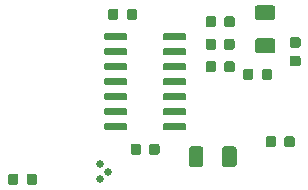
<source format=gtp>
G04 #@! TF.GenerationSoftware,KiCad,Pcbnew,(5.1.5)-3*
G04 #@! TF.CreationDate,2019-12-28T17:54:17-06:00*
G04 #@! TF.ProjectId,tymkrs_Cyphercon_2020_IRhack,74796d6b-7273-45f4-9379-70686572636f,V0*
G04 #@! TF.SameCoordinates,Original*
G04 #@! TF.FileFunction,Paste,Top*
G04 #@! TF.FilePolarity,Positive*
%FSLAX46Y46*%
G04 Gerber Fmt 4.6, Leading zero omitted, Abs format (unit mm)*
G04 Created by KiCad (PCBNEW (5.1.5)-3) date 2019-12-28 17:54:17*
%MOMM*%
%LPD*%
G04 APERTURE LIST*
%ADD10C,0.100000*%
%ADD11C,0.635000*%
G04 APERTURE END LIST*
D10*
G36*
X161567691Y-79091053D02*
G01*
X161588926Y-79094203D01*
X161609750Y-79099419D01*
X161629962Y-79106651D01*
X161649368Y-79115830D01*
X161667781Y-79126866D01*
X161685024Y-79139654D01*
X161700930Y-79154070D01*
X161715346Y-79169976D01*
X161728134Y-79187219D01*
X161739170Y-79205632D01*
X161748349Y-79225038D01*
X161755581Y-79245250D01*
X161760797Y-79266074D01*
X161763947Y-79287309D01*
X161765000Y-79308750D01*
X161765000Y-79746250D01*
X161763947Y-79767691D01*
X161760797Y-79788926D01*
X161755581Y-79809750D01*
X161748349Y-79829962D01*
X161739170Y-79849368D01*
X161728134Y-79867781D01*
X161715346Y-79885024D01*
X161700930Y-79900930D01*
X161685024Y-79915346D01*
X161667781Y-79928134D01*
X161649368Y-79939170D01*
X161629962Y-79948349D01*
X161609750Y-79955581D01*
X161588926Y-79960797D01*
X161567691Y-79963947D01*
X161546250Y-79965000D01*
X161033750Y-79965000D01*
X161012309Y-79963947D01*
X160991074Y-79960797D01*
X160970250Y-79955581D01*
X160950038Y-79948349D01*
X160930632Y-79939170D01*
X160912219Y-79928134D01*
X160894976Y-79915346D01*
X160879070Y-79900930D01*
X160864654Y-79885024D01*
X160851866Y-79867781D01*
X160840830Y-79849368D01*
X160831651Y-79829962D01*
X160824419Y-79809750D01*
X160819203Y-79788926D01*
X160816053Y-79767691D01*
X160815000Y-79746250D01*
X160815000Y-79308750D01*
X160816053Y-79287309D01*
X160819203Y-79266074D01*
X160824419Y-79245250D01*
X160831651Y-79225038D01*
X160840830Y-79205632D01*
X160851866Y-79187219D01*
X160864654Y-79169976D01*
X160879070Y-79154070D01*
X160894976Y-79139654D01*
X160912219Y-79126866D01*
X160930632Y-79115830D01*
X160950038Y-79106651D01*
X160970250Y-79099419D01*
X160991074Y-79094203D01*
X161012309Y-79091053D01*
X161033750Y-79090000D01*
X161546250Y-79090000D01*
X161567691Y-79091053D01*
G37*
G36*
X161567691Y-77516053D02*
G01*
X161588926Y-77519203D01*
X161609750Y-77524419D01*
X161629962Y-77531651D01*
X161649368Y-77540830D01*
X161667781Y-77551866D01*
X161685024Y-77564654D01*
X161700930Y-77579070D01*
X161715346Y-77594976D01*
X161728134Y-77612219D01*
X161739170Y-77630632D01*
X161748349Y-77650038D01*
X161755581Y-77670250D01*
X161760797Y-77691074D01*
X161763947Y-77712309D01*
X161765000Y-77733750D01*
X161765000Y-78171250D01*
X161763947Y-78192691D01*
X161760797Y-78213926D01*
X161755581Y-78234750D01*
X161748349Y-78254962D01*
X161739170Y-78274368D01*
X161728134Y-78292781D01*
X161715346Y-78310024D01*
X161700930Y-78325930D01*
X161685024Y-78340346D01*
X161667781Y-78353134D01*
X161649368Y-78364170D01*
X161629962Y-78373349D01*
X161609750Y-78380581D01*
X161588926Y-78385797D01*
X161567691Y-78388947D01*
X161546250Y-78390000D01*
X161033750Y-78390000D01*
X161012309Y-78388947D01*
X160991074Y-78385797D01*
X160970250Y-78380581D01*
X160950038Y-78373349D01*
X160930632Y-78364170D01*
X160912219Y-78353134D01*
X160894976Y-78340346D01*
X160879070Y-78325930D01*
X160864654Y-78310024D01*
X160851866Y-78292781D01*
X160840830Y-78274368D01*
X160831651Y-78254962D01*
X160824419Y-78234750D01*
X160819203Y-78213926D01*
X160816053Y-78192691D01*
X160815000Y-78171250D01*
X160815000Y-77733750D01*
X160816053Y-77712309D01*
X160819203Y-77691074D01*
X160824419Y-77670250D01*
X160831651Y-77650038D01*
X160840830Y-77630632D01*
X160851866Y-77612219D01*
X160864654Y-77594976D01*
X160879070Y-77579070D01*
X160894976Y-77564654D01*
X160912219Y-77551866D01*
X160930632Y-77540830D01*
X160950038Y-77531651D01*
X160970250Y-77524419D01*
X160991074Y-77519203D01*
X161012309Y-77516053D01*
X161033750Y-77515000D01*
X161546250Y-77515000D01*
X161567691Y-77516053D01*
G37*
G36*
X148042691Y-86521053D02*
G01*
X148063926Y-86524203D01*
X148084750Y-86529419D01*
X148104962Y-86536651D01*
X148124368Y-86545830D01*
X148142781Y-86556866D01*
X148160024Y-86569654D01*
X148175930Y-86584070D01*
X148190346Y-86599976D01*
X148203134Y-86617219D01*
X148214170Y-86635632D01*
X148223349Y-86655038D01*
X148230581Y-86675250D01*
X148235797Y-86696074D01*
X148238947Y-86717309D01*
X148240000Y-86738750D01*
X148240000Y-87251250D01*
X148238947Y-87272691D01*
X148235797Y-87293926D01*
X148230581Y-87314750D01*
X148223349Y-87334962D01*
X148214170Y-87354368D01*
X148203134Y-87372781D01*
X148190346Y-87390024D01*
X148175930Y-87405930D01*
X148160024Y-87420346D01*
X148142781Y-87433134D01*
X148124368Y-87444170D01*
X148104962Y-87453349D01*
X148084750Y-87460581D01*
X148063926Y-87465797D01*
X148042691Y-87468947D01*
X148021250Y-87470000D01*
X147583750Y-87470000D01*
X147562309Y-87468947D01*
X147541074Y-87465797D01*
X147520250Y-87460581D01*
X147500038Y-87453349D01*
X147480632Y-87444170D01*
X147462219Y-87433134D01*
X147444976Y-87420346D01*
X147429070Y-87405930D01*
X147414654Y-87390024D01*
X147401866Y-87372781D01*
X147390830Y-87354368D01*
X147381651Y-87334962D01*
X147374419Y-87314750D01*
X147369203Y-87293926D01*
X147366053Y-87272691D01*
X147365000Y-87251250D01*
X147365000Y-86738750D01*
X147366053Y-86717309D01*
X147369203Y-86696074D01*
X147374419Y-86675250D01*
X147381651Y-86655038D01*
X147390830Y-86635632D01*
X147401866Y-86617219D01*
X147414654Y-86599976D01*
X147429070Y-86584070D01*
X147444976Y-86569654D01*
X147462219Y-86556866D01*
X147480632Y-86545830D01*
X147500038Y-86536651D01*
X147520250Y-86529419D01*
X147541074Y-86524203D01*
X147562309Y-86521053D01*
X147583750Y-86520000D01*
X148021250Y-86520000D01*
X148042691Y-86521053D01*
G37*
G36*
X149617691Y-86521053D02*
G01*
X149638926Y-86524203D01*
X149659750Y-86529419D01*
X149679962Y-86536651D01*
X149699368Y-86545830D01*
X149717781Y-86556866D01*
X149735024Y-86569654D01*
X149750930Y-86584070D01*
X149765346Y-86599976D01*
X149778134Y-86617219D01*
X149789170Y-86635632D01*
X149798349Y-86655038D01*
X149805581Y-86675250D01*
X149810797Y-86696074D01*
X149813947Y-86717309D01*
X149815000Y-86738750D01*
X149815000Y-87251250D01*
X149813947Y-87272691D01*
X149810797Y-87293926D01*
X149805581Y-87314750D01*
X149798349Y-87334962D01*
X149789170Y-87354368D01*
X149778134Y-87372781D01*
X149765346Y-87390024D01*
X149750930Y-87405930D01*
X149735024Y-87420346D01*
X149717781Y-87433134D01*
X149699368Y-87444170D01*
X149679962Y-87453349D01*
X149659750Y-87460581D01*
X149638926Y-87465797D01*
X149617691Y-87468947D01*
X149596250Y-87470000D01*
X149158750Y-87470000D01*
X149137309Y-87468947D01*
X149116074Y-87465797D01*
X149095250Y-87460581D01*
X149075038Y-87453349D01*
X149055632Y-87444170D01*
X149037219Y-87433134D01*
X149019976Y-87420346D01*
X149004070Y-87405930D01*
X148989654Y-87390024D01*
X148976866Y-87372781D01*
X148965830Y-87354368D01*
X148956651Y-87334962D01*
X148949419Y-87314750D01*
X148944203Y-87293926D01*
X148941053Y-87272691D01*
X148940000Y-87251250D01*
X148940000Y-86738750D01*
X148941053Y-86717309D01*
X148944203Y-86696074D01*
X148949419Y-86675250D01*
X148956651Y-86655038D01*
X148965830Y-86635632D01*
X148976866Y-86617219D01*
X148989654Y-86599976D01*
X149004070Y-86584070D01*
X149019976Y-86569654D01*
X149037219Y-86556866D01*
X149055632Y-86545830D01*
X149075038Y-86536651D01*
X149095250Y-86529419D01*
X149116074Y-86524203D01*
X149137309Y-86521053D01*
X149158750Y-86520000D01*
X149596250Y-86520000D01*
X149617691Y-86521053D01*
G37*
G36*
X146954703Y-84790722D02*
G01*
X146969264Y-84792882D01*
X146983543Y-84796459D01*
X146997403Y-84801418D01*
X147010710Y-84807712D01*
X147023336Y-84815280D01*
X147035159Y-84824048D01*
X147046066Y-84833934D01*
X147055952Y-84844841D01*
X147064720Y-84856664D01*
X147072288Y-84869290D01*
X147078582Y-84882597D01*
X147083541Y-84896457D01*
X147087118Y-84910736D01*
X147089278Y-84925297D01*
X147090000Y-84940000D01*
X147090000Y-85240000D01*
X147089278Y-85254703D01*
X147087118Y-85269264D01*
X147083541Y-85283543D01*
X147078582Y-85297403D01*
X147072288Y-85310710D01*
X147064720Y-85323336D01*
X147055952Y-85335159D01*
X147046066Y-85346066D01*
X147035159Y-85355952D01*
X147023336Y-85364720D01*
X147010710Y-85372288D01*
X146997403Y-85378582D01*
X146983543Y-85383541D01*
X146969264Y-85387118D01*
X146954703Y-85389278D01*
X146940000Y-85390000D01*
X145290000Y-85390000D01*
X145275297Y-85389278D01*
X145260736Y-85387118D01*
X145246457Y-85383541D01*
X145232597Y-85378582D01*
X145219290Y-85372288D01*
X145206664Y-85364720D01*
X145194841Y-85355952D01*
X145183934Y-85346066D01*
X145174048Y-85335159D01*
X145165280Y-85323336D01*
X145157712Y-85310710D01*
X145151418Y-85297403D01*
X145146459Y-85283543D01*
X145142882Y-85269264D01*
X145140722Y-85254703D01*
X145140000Y-85240000D01*
X145140000Y-84940000D01*
X145140722Y-84925297D01*
X145142882Y-84910736D01*
X145146459Y-84896457D01*
X145151418Y-84882597D01*
X145157712Y-84869290D01*
X145165280Y-84856664D01*
X145174048Y-84844841D01*
X145183934Y-84833934D01*
X145194841Y-84824048D01*
X145206664Y-84815280D01*
X145219290Y-84807712D01*
X145232597Y-84801418D01*
X145246457Y-84796459D01*
X145260736Y-84792882D01*
X145275297Y-84790722D01*
X145290000Y-84790000D01*
X146940000Y-84790000D01*
X146954703Y-84790722D01*
G37*
G36*
X146954703Y-83520722D02*
G01*
X146969264Y-83522882D01*
X146983543Y-83526459D01*
X146997403Y-83531418D01*
X147010710Y-83537712D01*
X147023336Y-83545280D01*
X147035159Y-83554048D01*
X147046066Y-83563934D01*
X147055952Y-83574841D01*
X147064720Y-83586664D01*
X147072288Y-83599290D01*
X147078582Y-83612597D01*
X147083541Y-83626457D01*
X147087118Y-83640736D01*
X147089278Y-83655297D01*
X147090000Y-83670000D01*
X147090000Y-83970000D01*
X147089278Y-83984703D01*
X147087118Y-83999264D01*
X147083541Y-84013543D01*
X147078582Y-84027403D01*
X147072288Y-84040710D01*
X147064720Y-84053336D01*
X147055952Y-84065159D01*
X147046066Y-84076066D01*
X147035159Y-84085952D01*
X147023336Y-84094720D01*
X147010710Y-84102288D01*
X146997403Y-84108582D01*
X146983543Y-84113541D01*
X146969264Y-84117118D01*
X146954703Y-84119278D01*
X146940000Y-84120000D01*
X145290000Y-84120000D01*
X145275297Y-84119278D01*
X145260736Y-84117118D01*
X145246457Y-84113541D01*
X145232597Y-84108582D01*
X145219290Y-84102288D01*
X145206664Y-84094720D01*
X145194841Y-84085952D01*
X145183934Y-84076066D01*
X145174048Y-84065159D01*
X145165280Y-84053336D01*
X145157712Y-84040710D01*
X145151418Y-84027403D01*
X145146459Y-84013543D01*
X145142882Y-83999264D01*
X145140722Y-83984703D01*
X145140000Y-83970000D01*
X145140000Y-83670000D01*
X145140722Y-83655297D01*
X145142882Y-83640736D01*
X145146459Y-83626457D01*
X145151418Y-83612597D01*
X145157712Y-83599290D01*
X145165280Y-83586664D01*
X145174048Y-83574841D01*
X145183934Y-83563934D01*
X145194841Y-83554048D01*
X145206664Y-83545280D01*
X145219290Y-83537712D01*
X145232597Y-83531418D01*
X145246457Y-83526459D01*
X145260736Y-83522882D01*
X145275297Y-83520722D01*
X145290000Y-83520000D01*
X146940000Y-83520000D01*
X146954703Y-83520722D01*
G37*
G36*
X146954703Y-82250722D02*
G01*
X146969264Y-82252882D01*
X146983543Y-82256459D01*
X146997403Y-82261418D01*
X147010710Y-82267712D01*
X147023336Y-82275280D01*
X147035159Y-82284048D01*
X147046066Y-82293934D01*
X147055952Y-82304841D01*
X147064720Y-82316664D01*
X147072288Y-82329290D01*
X147078582Y-82342597D01*
X147083541Y-82356457D01*
X147087118Y-82370736D01*
X147089278Y-82385297D01*
X147090000Y-82400000D01*
X147090000Y-82700000D01*
X147089278Y-82714703D01*
X147087118Y-82729264D01*
X147083541Y-82743543D01*
X147078582Y-82757403D01*
X147072288Y-82770710D01*
X147064720Y-82783336D01*
X147055952Y-82795159D01*
X147046066Y-82806066D01*
X147035159Y-82815952D01*
X147023336Y-82824720D01*
X147010710Y-82832288D01*
X146997403Y-82838582D01*
X146983543Y-82843541D01*
X146969264Y-82847118D01*
X146954703Y-82849278D01*
X146940000Y-82850000D01*
X145290000Y-82850000D01*
X145275297Y-82849278D01*
X145260736Y-82847118D01*
X145246457Y-82843541D01*
X145232597Y-82838582D01*
X145219290Y-82832288D01*
X145206664Y-82824720D01*
X145194841Y-82815952D01*
X145183934Y-82806066D01*
X145174048Y-82795159D01*
X145165280Y-82783336D01*
X145157712Y-82770710D01*
X145151418Y-82757403D01*
X145146459Y-82743543D01*
X145142882Y-82729264D01*
X145140722Y-82714703D01*
X145140000Y-82700000D01*
X145140000Y-82400000D01*
X145140722Y-82385297D01*
X145142882Y-82370736D01*
X145146459Y-82356457D01*
X145151418Y-82342597D01*
X145157712Y-82329290D01*
X145165280Y-82316664D01*
X145174048Y-82304841D01*
X145183934Y-82293934D01*
X145194841Y-82284048D01*
X145206664Y-82275280D01*
X145219290Y-82267712D01*
X145232597Y-82261418D01*
X145246457Y-82256459D01*
X145260736Y-82252882D01*
X145275297Y-82250722D01*
X145290000Y-82250000D01*
X146940000Y-82250000D01*
X146954703Y-82250722D01*
G37*
G36*
X146954703Y-80980722D02*
G01*
X146969264Y-80982882D01*
X146983543Y-80986459D01*
X146997403Y-80991418D01*
X147010710Y-80997712D01*
X147023336Y-81005280D01*
X147035159Y-81014048D01*
X147046066Y-81023934D01*
X147055952Y-81034841D01*
X147064720Y-81046664D01*
X147072288Y-81059290D01*
X147078582Y-81072597D01*
X147083541Y-81086457D01*
X147087118Y-81100736D01*
X147089278Y-81115297D01*
X147090000Y-81130000D01*
X147090000Y-81430000D01*
X147089278Y-81444703D01*
X147087118Y-81459264D01*
X147083541Y-81473543D01*
X147078582Y-81487403D01*
X147072288Y-81500710D01*
X147064720Y-81513336D01*
X147055952Y-81525159D01*
X147046066Y-81536066D01*
X147035159Y-81545952D01*
X147023336Y-81554720D01*
X147010710Y-81562288D01*
X146997403Y-81568582D01*
X146983543Y-81573541D01*
X146969264Y-81577118D01*
X146954703Y-81579278D01*
X146940000Y-81580000D01*
X145290000Y-81580000D01*
X145275297Y-81579278D01*
X145260736Y-81577118D01*
X145246457Y-81573541D01*
X145232597Y-81568582D01*
X145219290Y-81562288D01*
X145206664Y-81554720D01*
X145194841Y-81545952D01*
X145183934Y-81536066D01*
X145174048Y-81525159D01*
X145165280Y-81513336D01*
X145157712Y-81500710D01*
X145151418Y-81487403D01*
X145146459Y-81473543D01*
X145142882Y-81459264D01*
X145140722Y-81444703D01*
X145140000Y-81430000D01*
X145140000Y-81130000D01*
X145140722Y-81115297D01*
X145142882Y-81100736D01*
X145146459Y-81086457D01*
X145151418Y-81072597D01*
X145157712Y-81059290D01*
X145165280Y-81046664D01*
X145174048Y-81034841D01*
X145183934Y-81023934D01*
X145194841Y-81014048D01*
X145206664Y-81005280D01*
X145219290Y-80997712D01*
X145232597Y-80991418D01*
X145246457Y-80986459D01*
X145260736Y-80982882D01*
X145275297Y-80980722D01*
X145290000Y-80980000D01*
X146940000Y-80980000D01*
X146954703Y-80980722D01*
G37*
G36*
X146954703Y-79710722D02*
G01*
X146969264Y-79712882D01*
X146983543Y-79716459D01*
X146997403Y-79721418D01*
X147010710Y-79727712D01*
X147023336Y-79735280D01*
X147035159Y-79744048D01*
X147046066Y-79753934D01*
X147055952Y-79764841D01*
X147064720Y-79776664D01*
X147072288Y-79789290D01*
X147078582Y-79802597D01*
X147083541Y-79816457D01*
X147087118Y-79830736D01*
X147089278Y-79845297D01*
X147090000Y-79860000D01*
X147090000Y-80160000D01*
X147089278Y-80174703D01*
X147087118Y-80189264D01*
X147083541Y-80203543D01*
X147078582Y-80217403D01*
X147072288Y-80230710D01*
X147064720Y-80243336D01*
X147055952Y-80255159D01*
X147046066Y-80266066D01*
X147035159Y-80275952D01*
X147023336Y-80284720D01*
X147010710Y-80292288D01*
X146997403Y-80298582D01*
X146983543Y-80303541D01*
X146969264Y-80307118D01*
X146954703Y-80309278D01*
X146940000Y-80310000D01*
X145290000Y-80310000D01*
X145275297Y-80309278D01*
X145260736Y-80307118D01*
X145246457Y-80303541D01*
X145232597Y-80298582D01*
X145219290Y-80292288D01*
X145206664Y-80284720D01*
X145194841Y-80275952D01*
X145183934Y-80266066D01*
X145174048Y-80255159D01*
X145165280Y-80243336D01*
X145157712Y-80230710D01*
X145151418Y-80217403D01*
X145146459Y-80203543D01*
X145142882Y-80189264D01*
X145140722Y-80174703D01*
X145140000Y-80160000D01*
X145140000Y-79860000D01*
X145140722Y-79845297D01*
X145142882Y-79830736D01*
X145146459Y-79816457D01*
X145151418Y-79802597D01*
X145157712Y-79789290D01*
X145165280Y-79776664D01*
X145174048Y-79764841D01*
X145183934Y-79753934D01*
X145194841Y-79744048D01*
X145206664Y-79735280D01*
X145219290Y-79727712D01*
X145232597Y-79721418D01*
X145246457Y-79716459D01*
X145260736Y-79712882D01*
X145275297Y-79710722D01*
X145290000Y-79710000D01*
X146940000Y-79710000D01*
X146954703Y-79710722D01*
G37*
G36*
X146954703Y-78440722D02*
G01*
X146969264Y-78442882D01*
X146983543Y-78446459D01*
X146997403Y-78451418D01*
X147010710Y-78457712D01*
X147023336Y-78465280D01*
X147035159Y-78474048D01*
X147046066Y-78483934D01*
X147055952Y-78494841D01*
X147064720Y-78506664D01*
X147072288Y-78519290D01*
X147078582Y-78532597D01*
X147083541Y-78546457D01*
X147087118Y-78560736D01*
X147089278Y-78575297D01*
X147090000Y-78590000D01*
X147090000Y-78890000D01*
X147089278Y-78904703D01*
X147087118Y-78919264D01*
X147083541Y-78933543D01*
X147078582Y-78947403D01*
X147072288Y-78960710D01*
X147064720Y-78973336D01*
X147055952Y-78985159D01*
X147046066Y-78996066D01*
X147035159Y-79005952D01*
X147023336Y-79014720D01*
X147010710Y-79022288D01*
X146997403Y-79028582D01*
X146983543Y-79033541D01*
X146969264Y-79037118D01*
X146954703Y-79039278D01*
X146940000Y-79040000D01*
X145290000Y-79040000D01*
X145275297Y-79039278D01*
X145260736Y-79037118D01*
X145246457Y-79033541D01*
X145232597Y-79028582D01*
X145219290Y-79022288D01*
X145206664Y-79014720D01*
X145194841Y-79005952D01*
X145183934Y-78996066D01*
X145174048Y-78985159D01*
X145165280Y-78973336D01*
X145157712Y-78960710D01*
X145151418Y-78947403D01*
X145146459Y-78933543D01*
X145142882Y-78919264D01*
X145140722Y-78904703D01*
X145140000Y-78890000D01*
X145140000Y-78590000D01*
X145140722Y-78575297D01*
X145142882Y-78560736D01*
X145146459Y-78546457D01*
X145151418Y-78532597D01*
X145157712Y-78519290D01*
X145165280Y-78506664D01*
X145174048Y-78494841D01*
X145183934Y-78483934D01*
X145194841Y-78474048D01*
X145206664Y-78465280D01*
X145219290Y-78457712D01*
X145232597Y-78451418D01*
X145246457Y-78446459D01*
X145260736Y-78442882D01*
X145275297Y-78440722D01*
X145290000Y-78440000D01*
X146940000Y-78440000D01*
X146954703Y-78440722D01*
G37*
G36*
X146954703Y-77170722D02*
G01*
X146969264Y-77172882D01*
X146983543Y-77176459D01*
X146997403Y-77181418D01*
X147010710Y-77187712D01*
X147023336Y-77195280D01*
X147035159Y-77204048D01*
X147046066Y-77213934D01*
X147055952Y-77224841D01*
X147064720Y-77236664D01*
X147072288Y-77249290D01*
X147078582Y-77262597D01*
X147083541Y-77276457D01*
X147087118Y-77290736D01*
X147089278Y-77305297D01*
X147090000Y-77320000D01*
X147090000Y-77620000D01*
X147089278Y-77634703D01*
X147087118Y-77649264D01*
X147083541Y-77663543D01*
X147078582Y-77677403D01*
X147072288Y-77690710D01*
X147064720Y-77703336D01*
X147055952Y-77715159D01*
X147046066Y-77726066D01*
X147035159Y-77735952D01*
X147023336Y-77744720D01*
X147010710Y-77752288D01*
X146997403Y-77758582D01*
X146983543Y-77763541D01*
X146969264Y-77767118D01*
X146954703Y-77769278D01*
X146940000Y-77770000D01*
X145290000Y-77770000D01*
X145275297Y-77769278D01*
X145260736Y-77767118D01*
X145246457Y-77763541D01*
X145232597Y-77758582D01*
X145219290Y-77752288D01*
X145206664Y-77744720D01*
X145194841Y-77735952D01*
X145183934Y-77726066D01*
X145174048Y-77715159D01*
X145165280Y-77703336D01*
X145157712Y-77690710D01*
X145151418Y-77677403D01*
X145146459Y-77663543D01*
X145142882Y-77649264D01*
X145140722Y-77634703D01*
X145140000Y-77620000D01*
X145140000Y-77320000D01*
X145140722Y-77305297D01*
X145142882Y-77290736D01*
X145146459Y-77276457D01*
X145151418Y-77262597D01*
X145157712Y-77249290D01*
X145165280Y-77236664D01*
X145174048Y-77224841D01*
X145183934Y-77213934D01*
X145194841Y-77204048D01*
X145206664Y-77195280D01*
X145219290Y-77187712D01*
X145232597Y-77181418D01*
X145246457Y-77176459D01*
X145260736Y-77172882D01*
X145275297Y-77170722D01*
X145290000Y-77170000D01*
X146940000Y-77170000D01*
X146954703Y-77170722D01*
G37*
G36*
X151904703Y-77170722D02*
G01*
X151919264Y-77172882D01*
X151933543Y-77176459D01*
X151947403Y-77181418D01*
X151960710Y-77187712D01*
X151973336Y-77195280D01*
X151985159Y-77204048D01*
X151996066Y-77213934D01*
X152005952Y-77224841D01*
X152014720Y-77236664D01*
X152022288Y-77249290D01*
X152028582Y-77262597D01*
X152033541Y-77276457D01*
X152037118Y-77290736D01*
X152039278Y-77305297D01*
X152040000Y-77320000D01*
X152040000Y-77620000D01*
X152039278Y-77634703D01*
X152037118Y-77649264D01*
X152033541Y-77663543D01*
X152028582Y-77677403D01*
X152022288Y-77690710D01*
X152014720Y-77703336D01*
X152005952Y-77715159D01*
X151996066Y-77726066D01*
X151985159Y-77735952D01*
X151973336Y-77744720D01*
X151960710Y-77752288D01*
X151947403Y-77758582D01*
X151933543Y-77763541D01*
X151919264Y-77767118D01*
X151904703Y-77769278D01*
X151890000Y-77770000D01*
X150240000Y-77770000D01*
X150225297Y-77769278D01*
X150210736Y-77767118D01*
X150196457Y-77763541D01*
X150182597Y-77758582D01*
X150169290Y-77752288D01*
X150156664Y-77744720D01*
X150144841Y-77735952D01*
X150133934Y-77726066D01*
X150124048Y-77715159D01*
X150115280Y-77703336D01*
X150107712Y-77690710D01*
X150101418Y-77677403D01*
X150096459Y-77663543D01*
X150092882Y-77649264D01*
X150090722Y-77634703D01*
X150090000Y-77620000D01*
X150090000Y-77320000D01*
X150090722Y-77305297D01*
X150092882Y-77290736D01*
X150096459Y-77276457D01*
X150101418Y-77262597D01*
X150107712Y-77249290D01*
X150115280Y-77236664D01*
X150124048Y-77224841D01*
X150133934Y-77213934D01*
X150144841Y-77204048D01*
X150156664Y-77195280D01*
X150169290Y-77187712D01*
X150182597Y-77181418D01*
X150196457Y-77176459D01*
X150210736Y-77172882D01*
X150225297Y-77170722D01*
X150240000Y-77170000D01*
X151890000Y-77170000D01*
X151904703Y-77170722D01*
G37*
G36*
X151904703Y-78440722D02*
G01*
X151919264Y-78442882D01*
X151933543Y-78446459D01*
X151947403Y-78451418D01*
X151960710Y-78457712D01*
X151973336Y-78465280D01*
X151985159Y-78474048D01*
X151996066Y-78483934D01*
X152005952Y-78494841D01*
X152014720Y-78506664D01*
X152022288Y-78519290D01*
X152028582Y-78532597D01*
X152033541Y-78546457D01*
X152037118Y-78560736D01*
X152039278Y-78575297D01*
X152040000Y-78590000D01*
X152040000Y-78890000D01*
X152039278Y-78904703D01*
X152037118Y-78919264D01*
X152033541Y-78933543D01*
X152028582Y-78947403D01*
X152022288Y-78960710D01*
X152014720Y-78973336D01*
X152005952Y-78985159D01*
X151996066Y-78996066D01*
X151985159Y-79005952D01*
X151973336Y-79014720D01*
X151960710Y-79022288D01*
X151947403Y-79028582D01*
X151933543Y-79033541D01*
X151919264Y-79037118D01*
X151904703Y-79039278D01*
X151890000Y-79040000D01*
X150240000Y-79040000D01*
X150225297Y-79039278D01*
X150210736Y-79037118D01*
X150196457Y-79033541D01*
X150182597Y-79028582D01*
X150169290Y-79022288D01*
X150156664Y-79014720D01*
X150144841Y-79005952D01*
X150133934Y-78996066D01*
X150124048Y-78985159D01*
X150115280Y-78973336D01*
X150107712Y-78960710D01*
X150101418Y-78947403D01*
X150096459Y-78933543D01*
X150092882Y-78919264D01*
X150090722Y-78904703D01*
X150090000Y-78890000D01*
X150090000Y-78590000D01*
X150090722Y-78575297D01*
X150092882Y-78560736D01*
X150096459Y-78546457D01*
X150101418Y-78532597D01*
X150107712Y-78519290D01*
X150115280Y-78506664D01*
X150124048Y-78494841D01*
X150133934Y-78483934D01*
X150144841Y-78474048D01*
X150156664Y-78465280D01*
X150169290Y-78457712D01*
X150182597Y-78451418D01*
X150196457Y-78446459D01*
X150210736Y-78442882D01*
X150225297Y-78440722D01*
X150240000Y-78440000D01*
X151890000Y-78440000D01*
X151904703Y-78440722D01*
G37*
G36*
X151904703Y-79710722D02*
G01*
X151919264Y-79712882D01*
X151933543Y-79716459D01*
X151947403Y-79721418D01*
X151960710Y-79727712D01*
X151973336Y-79735280D01*
X151985159Y-79744048D01*
X151996066Y-79753934D01*
X152005952Y-79764841D01*
X152014720Y-79776664D01*
X152022288Y-79789290D01*
X152028582Y-79802597D01*
X152033541Y-79816457D01*
X152037118Y-79830736D01*
X152039278Y-79845297D01*
X152040000Y-79860000D01*
X152040000Y-80160000D01*
X152039278Y-80174703D01*
X152037118Y-80189264D01*
X152033541Y-80203543D01*
X152028582Y-80217403D01*
X152022288Y-80230710D01*
X152014720Y-80243336D01*
X152005952Y-80255159D01*
X151996066Y-80266066D01*
X151985159Y-80275952D01*
X151973336Y-80284720D01*
X151960710Y-80292288D01*
X151947403Y-80298582D01*
X151933543Y-80303541D01*
X151919264Y-80307118D01*
X151904703Y-80309278D01*
X151890000Y-80310000D01*
X150240000Y-80310000D01*
X150225297Y-80309278D01*
X150210736Y-80307118D01*
X150196457Y-80303541D01*
X150182597Y-80298582D01*
X150169290Y-80292288D01*
X150156664Y-80284720D01*
X150144841Y-80275952D01*
X150133934Y-80266066D01*
X150124048Y-80255159D01*
X150115280Y-80243336D01*
X150107712Y-80230710D01*
X150101418Y-80217403D01*
X150096459Y-80203543D01*
X150092882Y-80189264D01*
X150090722Y-80174703D01*
X150090000Y-80160000D01*
X150090000Y-79860000D01*
X150090722Y-79845297D01*
X150092882Y-79830736D01*
X150096459Y-79816457D01*
X150101418Y-79802597D01*
X150107712Y-79789290D01*
X150115280Y-79776664D01*
X150124048Y-79764841D01*
X150133934Y-79753934D01*
X150144841Y-79744048D01*
X150156664Y-79735280D01*
X150169290Y-79727712D01*
X150182597Y-79721418D01*
X150196457Y-79716459D01*
X150210736Y-79712882D01*
X150225297Y-79710722D01*
X150240000Y-79710000D01*
X151890000Y-79710000D01*
X151904703Y-79710722D01*
G37*
G36*
X151904703Y-80980722D02*
G01*
X151919264Y-80982882D01*
X151933543Y-80986459D01*
X151947403Y-80991418D01*
X151960710Y-80997712D01*
X151973336Y-81005280D01*
X151985159Y-81014048D01*
X151996066Y-81023934D01*
X152005952Y-81034841D01*
X152014720Y-81046664D01*
X152022288Y-81059290D01*
X152028582Y-81072597D01*
X152033541Y-81086457D01*
X152037118Y-81100736D01*
X152039278Y-81115297D01*
X152040000Y-81130000D01*
X152040000Y-81430000D01*
X152039278Y-81444703D01*
X152037118Y-81459264D01*
X152033541Y-81473543D01*
X152028582Y-81487403D01*
X152022288Y-81500710D01*
X152014720Y-81513336D01*
X152005952Y-81525159D01*
X151996066Y-81536066D01*
X151985159Y-81545952D01*
X151973336Y-81554720D01*
X151960710Y-81562288D01*
X151947403Y-81568582D01*
X151933543Y-81573541D01*
X151919264Y-81577118D01*
X151904703Y-81579278D01*
X151890000Y-81580000D01*
X150240000Y-81580000D01*
X150225297Y-81579278D01*
X150210736Y-81577118D01*
X150196457Y-81573541D01*
X150182597Y-81568582D01*
X150169290Y-81562288D01*
X150156664Y-81554720D01*
X150144841Y-81545952D01*
X150133934Y-81536066D01*
X150124048Y-81525159D01*
X150115280Y-81513336D01*
X150107712Y-81500710D01*
X150101418Y-81487403D01*
X150096459Y-81473543D01*
X150092882Y-81459264D01*
X150090722Y-81444703D01*
X150090000Y-81430000D01*
X150090000Y-81130000D01*
X150090722Y-81115297D01*
X150092882Y-81100736D01*
X150096459Y-81086457D01*
X150101418Y-81072597D01*
X150107712Y-81059290D01*
X150115280Y-81046664D01*
X150124048Y-81034841D01*
X150133934Y-81023934D01*
X150144841Y-81014048D01*
X150156664Y-81005280D01*
X150169290Y-80997712D01*
X150182597Y-80991418D01*
X150196457Y-80986459D01*
X150210736Y-80982882D01*
X150225297Y-80980722D01*
X150240000Y-80980000D01*
X151890000Y-80980000D01*
X151904703Y-80980722D01*
G37*
G36*
X151904703Y-82250722D02*
G01*
X151919264Y-82252882D01*
X151933543Y-82256459D01*
X151947403Y-82261418D01*
X151960710Y-82267712D01*
X151973336Y-82275280D01*
X151985159Y-82284048D01*
X151996066Y-82293934D01*
X152005952Y-82304841D01*
X152014720Y-82316664D01*
X152022288Y-82329290D01*
X152028582Y-82342597D01*
X152033541Y-82356457D01*
X152037118Y-82370736D01*
X152039278Y-82385297D01*
X152040000Y-82400000D01*
X152040000Y-82700000D01*
X152039278Y-82714703D01*
X152037118Y-82729264D01*
X152033541Y-82743543D01*
X152028582Y-82757403D01*
X152022288Y-82770710D01*
X152014720Y-82783336D01*
X152005952Y-82795159D01*
X151996066Y-82806066D01*
X151985159Y-82815952D01*
X151973336Y-82824720D01*
X151960710Y-82832288D01*
X151947403Y-82838582D01*
X151933543Y-82843541D01*
X151919264Y-82847118D01*
X151904703Y-82849278D01*
X151890000Y-82850000D01*
X150240000Y-82850000D01*
X150225297Y-82849278D01*
X150210736Y-82847118D01*
X150196457Y-82843541D01*
X150182597Y-82838582D01*
X150169290Y-82832288D01*
X150156664Y-82824720D01*
X150144841Y-82815952D01*
X150133934Y-82806066D01*
X150124048Y-82795159D01*
X150115280Y-82783336D01*
X150107712Y-82770710D01*
X150101418Y-82757403D01*
X150096459Y-82743543D01*
X150092882Y-82729264D01*
X150090722Y-82714703D01*
X150090000Y-82700000D01*
X150090000Y-82400000D01*
X150090722Y-82385297D01*
X150092882Y-82370736D01*
X150096459Y-82356457D01*
X150101418Y-82342597D01*
X150107712Y-82329290D01*
X150115280Y-82316664D01*
X150124048Y-82304841D01*
X150133934Y-82293934D01*
X150144841Y-82284048D01*
X150156664Y-82275280D01*
X150169290Y-82267712D01*
X150182597Y-82261418D01*
X150196457Y-82256459D01*
X150210736Y-82252882D01*
X150225297Y-82250722D01*
X150240000Y-82250000D01*
X151890000Y-82250000D01*
X151904703Y-82250722D01*
G37*
G36*
X151904703Y-83520722D02*
G01*
X151919264Y-83522882D01*
X151933543Y-83526459D01*
X151947403Y-83531418D01*
X151960710Y-83537712D01*
X151973336Y-83545280D01*
X151985159Y-83554048D01*
X151996066Y-83563934D01*
X152005952Y-83574841D01*
X152014720Y-83586664D01*
X152022288Y-83599290D01*
X152028582Y-83612597D01*
X152033541Y-83626457D01*
X152037118Y-83640736D01*
X152039278Y-83655297D01*
X152040000Y-83670000D01*
X152040000Y-83970000D01*
X152039278Y-83984703D01*
X152037118Y-83999264D01*
X152033541Y-84013543D01*
X152028582Y-84027403D01*
X152022288Y-84040710D01*
X152014720Y-84053336D01*
X152005952Y-84065159D01*
X151996066Y-84076066D01*
X151985159Y-84085952D01*
X151973336Y-84094720D01*
X151960710Y-84102288D01*
X151947403Y-84108582D01*
X151933543Y-84113541D01*
X151919264Y-84117118D01*
X151904703Y-84119278D01*
X151890000Y-84120000D01*
X150240000Y-84120000D01*
X150225297Y-84119278D01*
X150210736Y-84117118D01*
X150196457Y-84113541D01*
X150182597Y-84108582D01*
X150169290Y-84102288D01*
X150156664Y-84094720D01*
X150144841Y-84085952D01*
X150133934Y-84076066D01*
X150124048Y-84065159D01*
X150115280Y-84053336D01*
X150107712Y-84040710D01*
X150101418Y-84027403D01*
X150096459Y-84013543D01*
X150092882Y-83999264D01*
X150090722Y-83984703D01*
X150090000Y-83970000D01*
X150090000Y-83670000D01*
X150090722Y-83655297D01*
X150092882Y-83640736D01*
X150096459Y-83626457D01*
X150101418Y-83612597D01*
X150107712Y-83599290D01*
X150115280Y-83586664D01*
X150124048Y-83574841D01*
X150133934Y-83563934D01*
X150144841Y-83554048D01*
X150156664Y-83545280D01*
X150169290Y-83537712D01*
X150182597Y-83531418D01*
X150196457Y-83526459D01*
X150210736Y-83522882D01*
X150225297Y-83520722D01*
X150240000Y-83520000D01*
X151890000Y-83520000D01*
X151904703Y-83520722D01*
G37*
G36*
X151904703Y-84790722D02*
G01*
X151919264Y-84792882D01*
X151933543Y-84796459D01*
X151947403Y-84801418D01*
X151960710Y-84807712D01*
X151973336Y-84815280D01*
X151985159Y-84824048D01*
X151996066Y-84833934D01*
X152005952Y-84844841D01*
X152014720Y-84856664D01*
X152022288Y-84869290D01*
X152028582Y-84882597D01*
X152033541Y-84896457D01*
X152037118Y-84910736D01*
X152039278Y-84925297D01*
X152040000Y-84940000D01*
X152040000Y-85240000D01*
X152039278Y-85254703D01*
X152037118Y-85269264D01*
X152033541Y-85283543D01*
X152028582Y-85297403D01*
X152022288Y-85310710D01*
X152014720Y-85323336D01*
X152005952Y-85335159D01*
X151996066Y-85346066D01*
X151985159Y-85355952D01*
X151973336Y-85364720D01*
X151960710Y-85372288D01*
X151947403Y-85378582D01*
X151933543Y-85383541D01*
X151919264Y-85387118D01*
X151904703Y-85389278D01*
X151890000Y-85390000D01*
X150240000Y-85390000D01*
X150225297Y-85389278D01*
X150210736Y-85387118D01*
X150196457Y-85383541D01*
X150182597Y-85378582D01*
X150169290Y-85372288D01*
X150156664Y-85364720D01*
X150144841Y-85355952D01*
X150133934Y-85346066D01*
X150124048Y-85335159D01*
X150115280Y-85323336D01*
X150107712Y-85310710D01*
X150101418Y-85297403D01*
X150096459Y-85283543D01*
X150092882Y-85269264D01*
X150090722Y-85254703D01*
X150090000Y-85240000D01*
X150090000Y-84940000D01*
X150090722Y-84925297D01*
X150092882Y-84910736D01*
X150096459Y-84896457D01*
X150101418Y-84882597D01*
X150107712Y-84869290D01*
X150115280Y-84856664D01*
X150124048Y-84844841D01*
X150133934Y-84833934D01*
X150144841Y-84824048D01*
X150156664Y-84815280D01*
X150169290Y-84807712D01*
X150182597Y-84801418D01*
X150196457Y-84796459D01*
X150210736Y-84792882D01*
X150225297Y-84790722D01*
X150240000Y-84790000D01*
X151890000Y-84790000D01*
X151904703Y-84790722D01*
G37*
G36*
X137654191Y-89061053D02*
G01*
X137675426Y-89064203D01*
X137696250Y-89069419D01*
X137716462Y-89076651D01*
X137735868Y-89085830D01*
X137754281Y-89096866D01*
X137771524Y-89109654D01*
X137787430Y-89124070D01*
X137801846Y-89139976D01*
X137814634Y-89157219D01*
X137825670Y-89175632D01*
X137834849Y-89195038D01*
X137842081Y-89215250D01*
X137847297Y-89236074D01*
X137850447Y-89257309D01*
X137851500Y-89278750D01*
X137851500Y-89791250D01*
X137850447Y-89812691D01*
X137847297Y-89833926D01*
X137842081Y-89854750D01*
X137834849Y-89874962D01*
X137825670Y-89894368D01*
X137814634Y-89912781D01*
X137801846Y-89930024D01*
X137787430Y-89945930D01*
X137771524Y-89960346D01*
X137754281Y-89973134D01*
X137735868Y-89984170D01*
X137716462Y-89993349D01*
X137696250Y-90000581D01*
X137675426Y-90005797D01*
X137654191Y-90008947D01*
X137632750Y-90010000D01*
X137195250Y-90010000D01*
X137173809Y-90008947D01*
X137152574Y-90005797D01*
X137131750Y-90000581D01*
X137111538Y-89993349D01*
X137092132Y-89984170D01*
X137073719Y-89973134D01*
X137056476Y-89960346D01*
X137040570Y-89945930D01*
X137026154Y-89930024D01*
X137013366Y-89912781D01*
X137002330Y-89894368D01*
X136993151Y-89874962D01*
X136985919Y-89854750D01*
X136980703Y-89833926D01*
X136977553Y-89812691D01*
X136976500Y-89791250D01*
X136976500Y-89278750D01*
X136977553Y-89257309D01*
X136980703Y-89236074D01*
X136985919Y-89215250D01*
X136993151Y-89195038D01*
X137002330Y-89175632D01*
X137013366Y-89157219D01*
X137026154Y-89139976D01*
X137040570Y-89124070D01*
X137056476Y-89109654D01*
X137073719Y-89096866D01*
X137092132Y-89085830D01*
X137111538Y-89076651D01*
X137131750Y-89069419D01*
X137152574Y-89064203D01*
X137173809Y-89061053D01*
X137195250Y-89060000D01*
X137632750Y-89060000D01*
X137654191Y-89061053D01*
G37*
G36*
X139229191Y-89061053D02*
G01*
X139250426Y-89064203D01*
X139271250Y-89069419D01*
X139291462Y-89076651D01*
X139310868Y-89085830D01*
X139329281Y-89096866D01*
X139346524Y-89109654D01*
X139362430Y-89124070D01*
X139376846Y-89139976D01*
X139389634Y-89157219D01*
X139400670Y-89175632D01*
X139409849Y-89195038D01*
X139417081Y-89215250D01*
X139422297Y-89236074D01*
X139425447Y-89257309D01*
X139426500Y-89278750D01*
X139426500Y-89791250D01*
X139425447Y-89812691D01*
X139422297Y-89833926D01*
X139417081Y-89854750D01*
X139409849Y-89874962D01*
X139400670Y-89894368D01*
X139389634Y-89912781D01*
X139376846Y-89930024D01*
X139362430Y-89945930D01*
X139346524Y-89960346D01*
X139329281Y-89973134D01*
X139310868Y-89984170D01*
X139291462Y-89993349D01*
X139271250Y-90000581D01*
X139250426Y-90005797D01*
X139229191Y-90008947D01*
X139207750Y-90010000D01*
X138770250Y-90010000D01*
X138748809Y-90008947D01*
X138727574Y-90005797D01*
X138706750Y-90000581D01*
X138686538Y-89993349D01*
X138667132Y-89984170D01*
X138648719Y-89973134D01*
X138631476Y-89960346D01*
X138615570Y-89945930D01*
X138601154Y-89930024D01*
X138588366Y-89912781D01*
X138577330Y-89894368D01*
X138568151Y-89874962D01*
X138560919Y-89854750D01*
X138555703Y-89833926D01*
X138552553Y-89812691D01*
X138551500Y-89791250D01*
X138551500Y-89278750D01*
X138552553Y-89257309D01*
X138555703Y-89236074D01*
X138560919Y-89215250D01*
X138568151Y-89195038D01*
X138577330Y-89175632D01*
X138588366Y-89157219D01*
X138601154Y-89139976D01*
X138615570Y-89124070D01*
X138631476Y-89109654D01*
X138648719Y-89096866D01*
X138667132Y-89085830D01*
X138686538Y-89076651D01*
X138706750Y-89069419D01*
X138727574Y-89064203D01*
X138748809Y-89061053D01*
X138770250Y-89060000D01*
X139207750Y-89060000D01*
X139229191Y-89061053D01*
G37*
G36*
X161047691Y-85886053D02*
G01*
X161068926Y-85889203D01*
X161089750Y-85894419D01*
X161109962Y-85901651D01*
X161129368Y-85910830D01*
X161147781Y-85921866D01*
X161165024Y-85934654D01*
X161180930Y-85949070D01*
X161195346Y-85964976D01*
X161208134Y-85982219D01*
X161219170Y-86000632D01*
X161228349Y-86020038D01*
X161235581Y-86040250D01*
X161240797Y-86061074D01*
X161243947Y-86082309D01*
X161245000Y-86103750D01*
X161245000Y-86616250D01*
X161243947Y-86637691D01*
X161240797Y-86658926D01*
X161235581Y-86679750D01*
X161228349Y-86699962D01*
X161219170Y-86719368D01*
X161208134Y-86737781D01*
X161195346Y-86755024D01*
X161180930Y-86770930D01*
X161165024Y-86785346D01*
X161147781Y-86798134D01*
X161129368Y-86809170D01*
X161109962Y-86818349D01*
X161089750Y-86825581D01*
X161068926Y-86830797D01*
X161047691Y-86833947D01*
X161026250Y-86835000D01*
X160588750Y-86835000D01*
X160567309Y-86833947D01*
X160546074Y-86830797D01*
X160525250Y-86825581D01*
X160505038Y-86818349D01*
X160485632Y-86809170D01*
X160467219Y-86798134D01*
X160449976Y-86785346D01*
X160434070Y-86770930D01*
X160419654Y-86755024D01*
X160406866Y-86737781D01*
X160395830Y-86719368D01*
X160386651Y-86699962D01*
X160379419Y-86679750D01*
X160374203Y-86658926D01*
X160371053Y-86637691D01*
X160370000Y-86616250D01*
X160370000Y-86103750D01*
X160371053Y-86082309D01*
X160374203Y-86061074D01*
X160379419Y-86040250D01*
X160386651Y-86020038D01*
X160395830Y-86000632D01*
X160406866Y-85982219D01*
X160419654Y-85964976D01*
X160434070Y-85949070D01*
X160449976Y-85934654D01*
X160467219Y-85921866D01*
X160485632Y-85910830D01*
X160505038Y-85901651D01*
X160525250Y-85894419D01*
X160546074Y-85889203D01*
X160567309Y-85886053D01*
X160588750Y-85885000D01*
X161026250Y-85885000D01*
X161047691Y-85886053D01*
G37*
G36*
X159472691Y-85886053D02*
G01*
X159493926Y-85889203D01*
X159514750Y-85894419D01*
X159534962Y-85901651D01*
X159554368Y-85910830D01*
X159572781Y-85921866D01*
X159590024Y-85934654D01*
X159605930Y-85949070D01*
X159620346Y-85964976D01*
X159633134Y-85982219D01*
X159644170Y-86000632D01*
X159653349Y-86020038D01*
X159660581Y-86040250D01*
X159665797Y-86061074D01*
X159668947Y-86082309D01*
X159670000Y-86103750D01*
X159670000Y-86616250D01*
X159668947Y-86637691D01*
X159665797Y-86658926D01*
X159660581Y-86679750D01*
X159653349Y-86699962D01*
X159644170Y-86719368D01*
X159633134Y-86737781D01*
X159620346Y-86755024D01*
X159605930Y-86770930D01*
X159590024Y-86785346D01*
X159572781Y-86798134D01*
X159554368Y-86809170D01*
X159534962Y-86818349D01*
X159514750Y-86825581D01*
X159493926Y-86830797D01*
X159472691Y-86833947D01*
X159451250Y-86835000D01*
X159013750Y-86835000D01*
X158992309Y-86833947D01*
X158971074Y-86830797D01*
X158950250Y-86825581D01*
X158930038Y-86818349D01*
X158910632Y-86809170D01*
X158892219Y-86798134D01*
X158874976Y-86785346D01*
X158859070Y-86770930D01*
X158844654Y-86755024D01*
X158831866Y-86737781D01*
X158820830Y-86719368D01*
X158811651Y-86699962D01*
X158804419Y-86679750D01*
X158799203Y-86658926D01*
X158796053Y-86637691D01*
X158795000Y-86616250D01*
X158795000Y-86103750D01*
X158796053Y-86082309D01*
X158799203Y-86061074D01*
X158804419Y-86040250D01*
X158811651Y-86020038D01*
X158820830Y-86000632D01*
X158831866Y-85982219D01*
X158844654Y-85964976D01*
X158859070Y-85949070D01*
X158874976Y-85934654D01*
X158892219Y-85921866D01*
X158910632Y-85910830D01*
X158930038Y-85901651D01*
X158950250Y-85894419D01*
X158971074Y-85889203D01*
X158992309Y-85886053D01*
X159013750Y-85885000D01*
X159451250Y-85885000D01*
X159472691Y-85886053D01*
G37*
G36*
X157567691Y-80171053D02*
G01*
X157588926Y-80174203D01*
X157609750Y-80179419D01*
X157629962Y-80186651D01*
X157649368Y-80195830D01*
X157667781Y-80206866D01*
X157685024Y-80219654D01*
X157700930Y-80234070D01*
X157715346Y-80249976D01*
X157728134Y-80267219D01*
X157739170Y-80285632D01*
X157748349Y-80305038D01*
X157755581Y-80325250D01*
X157760797Y-80346074D01*
X157763947Y-80367309D01*
X157765000Y-80388750D01*
X157765000Y-80901250D01*
X157763947Y-80922691D01*
X157760797Y-80943926D01*
X157755581Y-80964750D01*
X157748349Y-80984962D01*
X157739170Y-81004368D01*
X157728134Y-81022781D01*
X157715346Y-81040024D01*
X157700930Y-81055930D01*
X157685024Y-81070346D01*
X157667781Y-81083134D01*
X157649368Y-81094170D01*
X157629962Y-81103349D01*
X157609750Y-81110581D01*
X157588926Y-81115797D01*
X157567691Y-81118947D01*
X157546250Y-81120000D01*
X157108750Y-81120000D01*
X157087309Y-81118947D01*
X157066074Y-81115797D01*
X157045250Y-81110581D01*
X157025038Y-81103349D01*
X157005632Y-81094170D01*
X156987219Y-81083134D01*
X156969976Y-81070346D01*
X156954070Y-81055930D01*
X156939654Y-81040024D01*
X156926866Y-81022781D01*
X156915830Y-81004368D01*
X156906651Y-80984962D01*
X156899419Y-80964750D01*
X156894203Y-80943926D01*
X156891053Y-80922691D01*
X156890000Y-80901250D01*
X156890000Y-80388750D01*
X156891053Y-80367309D01*
X156894203Y-80346074D01*
X156899419Y-80325250D01*
X156906651Y-80305038D01*
X156915830Y-80285632D01*
X156926866Y-80267219D01*
X156939654Y-80249976D01*
X156954070Y-80234070D01*
X156969976Y-80219654D01*
X156987219Y-80206866D01*
X157005632Y-80195830D01*
X157025038Y-80186651D01*
X157045250Y-80179419D01*
X157066074Y-80174203D01*
X157087309Y-80171053D01*
X157108750Y-80170000D01*
X157546250Y-80170000D01*
X157567691Y-80171053D01*
G37*
G36*
X159142691Y-80171053D02*
G01*
X159163926Y-80174203D01*
X159184750Y-80179419D01*
X159204962Y-80186651D01*
X159224368Y-80195830D01*
X159242781Y-80206866D01*
X159260024Y-80219654D01*
X159275930Y-80234070D01*
X159290346Y-80249976D01*
X159303134Y-80267219D01*
X159314170Y-80285632D01*
X159323349Y-80305038D01*
X159330581Y-80325250D01*
X159335797Y-80346074D01*
X159338947Y-80367309D01*
X159340000Y-80388750D01*
X159340000Y-80901250D01*
X159338947Y-80922691D01*
X159335797Y-80943926D01*
X159330581Y-80964750D01*
X159323349Y-80984962D01*
X159314170Y-81004368D01*
X159303134Y-81022781D01*
X159290346Y-81040024D01*
X159275930Y-81055930D01*
X159260024Y-81070346D01*
X159242781Y-81083134D01*
X159224368Y-81094170D01*
X159204962Y-81103349D01*
X159184750Y-81110581D01*
X159163926Y-81115797D01*
X159142691Y-81118947D01*
X159121250Y-81120000D01*
X158683750Y-81120000D01*
X158662309Y-81118947D01*
X158641074Y-81115797D01*
X158620250Y-81110581D01*
X158600038Y-81103349D01*
X158580632Y-81094170D01*
X158562219Y-81083134D01*
X158544976Y-81070346D01*
X158529070Y-81055930D01*
X158514654Y-81040024D01*
X158501866Y-81022781D01*
X158490830Y-81004368D01*
X158481651Y-80984962D01*
X158474419Y-80964750D01*
X158469203Y-80943926D01*
X158466053Y-80922691D01*
X158465000Y-80901250D01*
X158465000Y-80388750D01*
X158466053Y-80367309D01*
X158469203Y-80346074D01*
X158474419Y-80325250D01*
X158481651Y-80305038D01*
X158490830Y-80285632D01*
X158501866Y-80267219D01*
X158514654Y-80249976D01*
X158529070Y-80234070D01*
X158544976Y-80219654D01*
X158562219Y-80206866D01*
X158580632Y-80195830D01*
X158600038Y-80186651D01*
X158620250Y-80179419D01*
X158641074Y-80174203D01*
X158662309Y-80171053D01*
X158683750Y-80170000D01*
X159121250Y-80170000D01*
X159142691Y-80171053D01*
G37*
G36*
X155967691Y-75726053D02*
G01*
X155988926Y-75729203D01*
X156009750Y-75734419D01*
X156029962Y-75741651D01*
X156049368Y-75750830D01*
X156067781Y-75761866D01*
X156085024Y-75774654D01*
X156100930Y-75789070D01*
X156115346Y-75804976D01*
X156128134Y-75822219D01*
X156139170Y-75840632D01*
X156148349Y-75860038D01*
X156155581Y-75880250D01*
X156160797Y-75901074D01*
X156163947Y-75922309D01*
X156165000Y-75943750D01*
X156165000Y-76456250D01*
X156163947Y-76477691D01*
X156160797Y-76498926D01*
X156155581Y-76519750D01*
X156148349Y-76539962D01*
X156139170Y-76559368D01*
X156128134Y-76577781D01*
X156115346Y-76595024D01*
X156100930Y-76610930D01*
X156085024Y-76625346D01*
X156067781Y-76638134D01*
X156049368Y-76649170D01*
X156029962Y-76658349D01*
X156009750Y-76665581D01*
X155988926Y-76670797D01*
X155967691Y-76673947D01*
X155946250Y-76675000D01*
X155508750Y-76675000D01*
X155487309Y-76673947D01*
X155466074Y-76670797D01*
X155445250Y-76665581D01*
X155425038Y-76658349D01*
X155405632Y-76649170D01*
X155387219Y-76638134D01*
X155369976Y-76625346D01*
X155354070Y-76610930D01*
X155339654Y-76595024D01*
X155326866Y-76577781D01*
X155315830Y-76559368D01*
X155306651Y-76539962D01*
X155299419Y-76519750D01*
X155294203Y-76498926D01*
X155291053Y-76477691D01*
X155290000Y-76456250D01*
X155290000Y-75943750D01*
X155291053Y-75922309D01*
X155294203Y-75901074D01*
X155299419Y-75880250D01*
X155306651Y-75860038D01*
X155315830Y-75840632D01*
X155326866Y-75822219D01*
X155339654Y-75804976D01*
X155354070Y-75789070D01*
X155369976Y-75774654D01*
X155387219Y-75761866D01*
X155405632Y-75750830D01*
X155425038Y-75741651D01*
X155445250Y-75734419D01*
X155466074Y-75729203D01*
X155487309Y-75726053D01*
X155508750Y-75725000D01*
X155946250Y-75725000D01*
X155967691Y-75726053D01*
G37*
G36*
X154392691Y-75726053D02*
G01*
X154413926Y-75729203D01*
X154434750Y-75734419D01*
X154454962Y-75741651D01*
X154474368Y-75750830D01*
X154492781Y-75761866D01*
X154510024Y-75774654D01*
X154525930Y-75789070D01*
X154540346Y-75804976D01*
X154553134Y-75822219D01*
X154564170Y-75840632D01*
X154573349Y-75860038D01*
X154580581Y-75880250D01*
X154585797Y-75901074D01*
X154588947Y-75922309D01*
X154590000Y-75943750D01*
X154590000Y-76456250D01*
X154588947Y-76477691D01*
X154585797Y-76498926D01*
X154580581Y-76519750D01*
X154573349Y-76539962D01*
X154564170Y-76559368D01*
X154553134Y-76577781D01*
X154540346Y-76595024D01*
X154525930Y-76610930D01*
X154510024Y-76625346D01*
X154492781Y-76638134D01*
X154474368Y-76649170D01*
X154454962Y-76658349D01*
X154434750Y-76665581D01*
X154413926Y-76670797D01*
X154392691Y-76673947D01*
X154371250Y-76675000D01*
X153933750Y-76675000D01*
X153912309Y-76673947D01*
X153891074Y-76670797D01*
X153870250Y-76665581D01*
X153850038Y-76658349D01*
X153830632Y-76649170D01*
X153812219Y-76638134D01*
X153794976Y-76625346D01*
X153779070Y-76610930D01*
X153764654Y-76595024D01*
X153751866Y-76577781D01*
X153740830Y-76559368D01*
X153731651Y-76539962D01*
X153724419Y-76519750D01*
X153719203Y-76498926D01*
X153716053Y-76477691D01*
X153715000Y-76456250D01*
X153715000Y-75943750D01*
X153716053Y-75922309D01*
X153719203Y-75901074D01*
X153724419Y-75880250D01*
X153731651Y-75860038D01*
X153740830Y-75840632D01*
X153751866Y-75822219D01*
X153764654Y-75804976D01*
X153779070Y-75789070D01*
X153794976Y-75774654D01*
X153812219Y-75761866D01*
X153830632Y-75750830D01*
X153850038Y-75741651D01*
X153870250Y-75734419D01*
X153891074Y-75729203D01*
X153912309Y-75726053D01*
X153933750Y-75725000D01*
X154371250Y-75725000D01*
X154392691Y-75726053D01*
G37*
G36*
X147712691Y-75091053D02*
G01*
X147733926Y-75094203D01*
X147754750Y-75099419D01*
X147774962Y-75106651D01*
X147794368Y-75115830D01*
X147812781Y-75126866D01*
X147830024Y-75139654D01*
X147845930Y-75154070D01*
X147860346Y-75169976D01*
X147873134Y-75187219D01*
X147884170Y-75205632D01*
X147893349Y-75225038D01*
X147900581Y-75245250D01*
X147905797Y-75266074D01*
X147908947Y-75287309D01*
X147910000Y-75308750D01*
X147910000Y-75821250D01*
X147908947Y-75842691D01*
X147905797Y-75863926D01*
X147900581Y-75884750D01*
X147893349Y-75904962D01*
X147884170Y-75924368D01*
X147873134Y-75942781D01*
X147860346Y-75960024D01*
X147845930Y-75975930D01*
X147830024Y-75990346D01*
X147812781Y-76003134D01*
X147794368Y-76014170D01*
X147774962Y-76023349D01*
X147754750Y-76030581D01*
X147733926Y-76035797D01*
X147712691Y-76038947D01*
X147691250Y-76040000D01*
X147253750Y-76040000D01*
X147232309Y-76038947D01*
X147211074Y-76035797D01*
X147190250Y-76030581D01*
X147170038Y-76023349D01*
X147150632Y-76014170D01*
X147132219Y-76003134D01*
X147114976Y-75990346D01*
X147099070Y-75975930D01*
X147084654Y-75960024D01*
X147071866Y-75942781D01*
X147060830Y-75924368D01*
X147051651Y-75904962D01*
X147044419Y-75884750D01*
X147039203Y-75863926D01*
X147036053Y-75842691D01*
X147035000Y-75821250D01*
X147035000Y-75308750D01*
X147036053Y-75287309D01*
X147039203Y-75266074D01*
X147044419Y-75245250D01*
X147051651Y-75225038D01*
X147060830Y-75205632D01*
X147071866Y-75187219D01*
X147084654Y-75169976D01*
X147099070Y-75154070D01*
X147114976Y-75139654D01*
X147132219Y-75126866D01*
X147150632Y-75115830D01*
X147170038Y-75106651D01*
X147190250Y-75099419D01*
X147211074Y-75094203D01*
X147232309Y-75091053D01*
X147253750Y-75090000D01*
X147691250Y-75090000D01*
X147712691Y-75091053D01*
G37*
G36*
X146137691Y-75091053D02*
G01*
X146158926Y-75094203D01*
X146179750Y-75099419D01*
X146199962Y-75106651D01*
X146219368Y-75115830D01*
X146237781Y-75126866D01*
X146255024Y-75139654D01*
X146270930Y-75154070D01*
X146285346Y-75169976D01*
X146298134Y-75187219D01*
X146309170Y-75205632D01*
X146318349Y-75225038D01*
X146325581Y-75245250D01*
X146330797Y-75266074D01*
X146333947Y-75287309D01*
X146335000Y-75308750D01*
X146335000Y-75821250D01*
X146333947Y-75842691D01*
X146330797Y-75863926D01*
X146325581Y-75884750D01*
X146318349Y-75904962D01*
X146309170Y-75924368D01*
X146298134Y-75942781D01*
X146285346Y-75960024D01*
X146270930Y-75975930D01*
X146255024Y-75990346D01*
X146237781Y-76003134D01*
X146219368Y-76014170D01*
X146199962Y-76023349D01*
X146179750Y-76030581D01*
X146158926Y-76035797D01*
X146137691Y-76038947D01*
X146116250Y-76040000D01*
X145678750Y-76040000D01*
X145657309Y-76038947D01*
X145636074Y-76035797D01*
X145615250Y-76030581D01*
X145595038Y-76023349D01*
X145575632Y-76014170D01*
X145557219Y-76003134D01*
X145539976Y-75990346D01*
X145524070Y-75975930D01*
X145509654Y-75960024D01*
X145496866Y-75942781D01*
X145485830Y-75924368D01*
X145476651Y-75904962D01*
X145469419Y-75884750D01*
X145464203Y-75863926D01*
X145461053Y-75842691D01*
X145460000Y-75821250D01*
X145460000Y-75308750D01*
X145461053Y-75287309D01*
X145464203Y-75266074D01*
X145469419Y-75245250D01*
X145476651Y-75225038D01*
X145485830Y-75205632D01*
X145496866Y-75187219D01*
X145509654Y-75169976D01*
X145524070Y-75154070D01*
X145539976Y-75139654D01*
X145557219Y-75126866D01*
X145575632Y-75115830D01*
X145595038Y-75106651D01*
X145615250Y-75099419D01*
X145636074Y-75094203D01*
X145657309Y-75091053D01*
X145678750Y-75090000D01*
X146116250Y-75090000D01*
X146137691Y-75091053D01*
G37*
G36*
X155967691Y-79536053D02*
G01*
X155988926Y-79539203D01*
X156009750Y-79544419D01*
X156029962Y-79551651D01*
X156049368Y-79560830D01*
X156067781Y-79571866D01*
X156085024Y-79584654D01*
X156100930Y-79599070D01*
X156115346Y-79614976D01*
X156128134Y-79632219D01*
X156139170Y-79650632D01*
X156148349Y-79670038D01*
X156155581Y-79690250D01*
X156160797Y-79711074D01*
X156163947Y-79732309D01*
X156165000Y-79753750D01*
X156165000Y-80266250D01*
X156163947Y-80287691D01*
X156160797Y-80308926D01*
X156155581Y-80329750D01*
X156148349Y-80349962D01*
X156139170Y-80369368D01*
X156128134Y-80387781D01*
X156115346Y-80405024D01*
X156100930Y-80420930D01*
X156085024Y-80435346D01*
X156067781Y-80448134D01*
X156049368Y-80459170D01*
X156029962Y-80468349D01*
X156009750Y-80475581D01*
X155988926Y-80480797D01*
X155967691Y-80483947D01*
X155946250Y-80485000D01*
X155508750Y-80485000D01*
X155487309Y-80483947D01*
X155466074Y-80480797D01*
X155445250Y-80475581D01*
X155425038Y-80468349D01*
X155405632Y-80459170D01*
X155387219Y-80448134D01*
X155369976Y-80435346D01*
X155354070Y-80420930D01*
X155339654Y-80405024D01*
X155326866Y-80387781D01*
X155315830Y-80369368D01*
X155306651Y-80349962D01*
X155299419Y-80329750D01*
X155294203Y-80308926D01*
X155291053Y-80287691D01*
X155290000Y-80266250D01*
X155290000Y-79753750D01*
X155291053Y-79732309D01*
X155294203Y-79711074D01*
X155299419Y-79690250D01*
X155306651Y-79670038D01*
X155315830Y-79650632D01*
X155326866Y-79632219D01*
X155339654Y-79614976D01*
X155354070Y-79599070D01*
X155369976Y-79584654D01*
X155387219Y-79571866D01*
X155405632Y-79560830D01*
X155425038Y-79551651D01*
X155445250Y-79544419D01*
X155466074Y-79539203D01*
X155487309Y-79536053D01*
X155508750Y-79535000D01*
X155946250Y-79535000D01*
X155967691Y-79536053D01*
G37*
G36*
X154392691Y-79536053D02*
G01*
X154413926Y-79539203D01*
X154434750Y-79544419D01*
X154454962Y-79551651D01*
X154474368Y-79560830D01*
X154492781Y-79571866D01*
X154510024Y-79584654D01*
X154525930Y-79599070D01*
X154540346Y-79614976D01*
X154553134Y-79632219D01*
X154564170Y-79650632D01*
X154573349Y-79670038D01*
X154580581Y-79690250D01*
X154585797Y-79711074D01*
X154588947Y-79732309D01*
X154590000Y-79753750D01*
X154590000Y-80266250D01*
X154588947Y-80287691D01*
X154585797Y-80308926D01*
X154580581Y-80329750D01*
X154573349Y-80349962D01*
X154564170Y-80369368D01*
X154553134Y-80387781D01*
X154540346Y-80405024D01*
X154525930Y-80420930D01*
X154510024Y-80435346D01*
X154492781Y-80448134D01*
X154474368Y-80459170D01*
X154454962Y-80468349D01*
X154434750Y-80475581D01*
X154413926Y-80480797D01*
X154392691Y-80483947D01*
X154371250Y-80485000D01*
X153933750Y-80485000D01*
X153912309Y-80483947D01*
X153891074Y-80480797D01*
X153870250Y-80475581D01*
X153850038Y-80468349D01*
X153830632Y-80459170D01*
X153812219Y-80448134D01*
X153794976Y-80435346D01*
X153779070Y-80420930D01*
X153764654Y-80405024D01*
X153751866Y-80387781D01*
X153740830Y-80369368D01*
X153731651Y-80349962D01*
X153724419Y-80329750D01*
X153719203Y-80308926D01*
X153716053Y-80287691D01*
X153715000Y-80266250D01*
X153715000Y-79753750D01*
X153716053Y-79732309D01*
X153719203Y-79711074D01*
X153724419Y-79690250D01*
X153731651Y-79670038D01*
X153740830Y-79650632D01*
X153751866Y-79632219D01*
X153764654Y-79614976D01*
X153779070Y-79599070D01*
X153794976Y-79584654D01*
X153812219Y-79571866D01*
X153830632Y-79560830D01*
X153850038Y-79551651D01*
X153870250Y-79544419D01*
X153891074Y-79539203D01*
X153912309Y-79536053D01*
X153933750Y-79535000D01*
X154371250Y-79535000D01*
X154392691Y-79536053D01*
G37*
G36*
X155967691Y-77631053D02*
G01*
X155988926Y-77634203D01*
X156009750Y-77639419D01*
X156029962Y-77646651D01*
X156049368Y-77655830D01*
X156067781Y-77666866D01*
X156085024Y-77679654D01*
X156100930Y-77694070D01*
X156115346Y-77709976D01*
X156128134Y-77727219D01*
X156139170Y-77745632D01*
X156148349Y-77765038D01*
X156155581Y-77785250D01*
X156160797Y-77806074D01*
X156163947Y-77827309D01*
X156165000Y-77848750D01*
X156165000Y-78361250D01*
X156163947Y-78382691D01*
X156160797Y-78403926D01*
X156155581Y-78424750D01*
X156148349Y-78444962D01*
X156139170Y-78464368D01*
X156128134Y-78482781D01*
X156115346Y-78500024D01*
X156100930Y-78515930D01*
X156085024Y-78530346D01*
X156067781Y-78543134D01*
X156049368Y-78554170D01*
X156029962Y-78563349D01*
X156009750Y-78570581D01*
X155988926Y-78575797D01*
X155967691Y-78578947D01*
X155946250Y-78580000D01*
X155508750Y-78580000D01*
X155487309Y-78578947D01*
X155466074Y-78575797D01*
X155445250Y-78570581D01*
X155425038Y-78563349D01*
X155405632Y-78554170D01*
X155387219Y-78543134D01*
X155369976Y-78530346D01*
X155354070Y-78515930D01*
X155339654Y-78500024D01*
X155326866Y-78482781D01*
X155315830Y-78464368D01*
X155306651Y-78444962D01*
X155299419Y-78424750D01*
X155294203Y-78403926D01*
X155291053Y-78382691D01*
X155290000Y-78361250D01*
X155290000Y-77848750D01*
X155291053Y-77827309D01*
X155294203Y-77806074D01*
X155299419Y-77785250D01*
X155306651Y-77765038D01*
X155315830Y-77745632D01*
X155326866Y-77727219D01*
X155339654Y-77709976D01*
X155354070Y-77694070D01*
X155369976Y-77679654D01*
X155387219Y-77666866D01*
X155405632Y-77655830D01*
X155425038Y-77646651D01*
X155445250Y-77639419D01*
X155466074Y-77634203D01*
X155487309Y-77631053D01*
X155508750Y-77630000D01*
X155946250Y-77630000D01*
X155967691Y-77631053D01*
G37*
G36*
X154392691Y-77631053D02*
G01*
X154413926Y-77634203D01*
X154434750Y-77639419D01*
X154454962Y-77646651D01*
X154474368Y-77655830D01*
X154492781Y-77666866D01*
X154510024Y-77679654D01*
X154525930Y-77694070D01*
X154540346Y-77709976D01*
X154553134Y-77727219D01*
X154564170Y-77745632D01*
X154573349Y-77765038D01*
X154580581Y-77785250D01*
X154585797Y-77806074D01*
X154588947Y-77827309D01*
X154590000Y-77848750D01*
X154590000Y-78361250D01*
X154588947Y-78382691D01*
X154585797Y-78403926D01*
X154580581Y-78424750D01*
X154573349Y-78444962D01*
X154564170Y-78464368D01*
X154553134Y-78482781D01*
X154540346Y-78500024D01*
X154525930Y-78515930D01*
X154510024Y-78530346D01*
X154492781Y-78543134D01*
X154474368Y-78554170D01*
X154454962Y-78563349D01*
X154434750Y-78570581D01*
X154413926Y-78575797D01*
X154392691Y-78578947D01*
X154371250Y-78580000D01*
X153933750Y-78580000D01*
X153912309Y-78578947D01*
X153891074Y-78575797D01*
X153870250Y-78570581D01*
X153850038Y-78563349D01*
X153830632Y-78554170D01*
X153812219Y-78543134D01*
X153794976Y-78530346D01*
X153779070Y-78515930D01*
X153764654Y-78500024D01*
X153751866Y-78482781D01*
X153740830Y-78464368D01*
X153731651Y-78444962D01*
X153724419Y-78424750D01*
X153719203Y-78403926D01*
X153716053Y-78382691D01*
X153715000Y-78361250D01*
X153715000Y-77848750D01*
X153716053Y-77827309D01*
X153719203Y-77806074D01*
X153724419Y-77785250D01*
X153731651Y-77765038D01*
X153740830Y-77745632D01*
X153751866Y-77727219D01*
X153764654Y-77709976D01*
X153779070Y-77694070D01*
X153794976Y-77679654D01*
X153812219Y-77666866D01*
X153830632Y-77655830D01*
X153850038Y-77646651D01*
X153870250Y-77639419D01*
X153891074Y-77634203D01*
X153912309Y-77631053D01*
X153933750Y-77630000D01*
X154371250Y-77630000D01*
X154392691Y-77631053D01*
G37*
G36*
X159399504Y-74811204D02*
G01*
X159423773Y-74814804D01*
X159447571Y-74820765D01*
X159470671Y-74829030D01*
X159492849Y-74839520D01*
X159513893Y-74852133D01*
X159533598Y-74866747D01*
X159551777Y-74883223D01*
X159568253Y-74901402D01*
X159582867Y-74921107D01*
X159595480Y-74942151D01*
X159605970Y-74964329D01*
X159614235Y-74987429D01*
X159620196Y-75011227D01*
X159623796Y-75035496D01*
X159625000Y-75060000D01*
X159625000Y-75810000D01*
X159623796Y-75834504D01*
X159620196Y-75858773D01*
X159614235Y-75882571D01*
X159605970Y-75905671D01*
X159595480Y-75927849D01*
X159582867Y-75948893D01*
X159568253Y-75968598D01*
X159551777Y-75986777D01*
X159533598Y-76003253D01*
X159513893Y-76017867D01*
X159492849Y-76030480D01*
X159470671Y-76040970D01*
X159447571Y-76049235D01*
X159423773Y-76055196D01*
X159399504Y-76058796D01*
X159375000Y-76060000D01*
X158125000Y-76060000D01*
X158100496Y-76058796D01*
X158076227Y-76055196D01*
X158052429Y-76049235D01*
X158029329Y-76040970D01*
X158007151Y-76030480D01*
X157986107Y-76017867D01*
X157966402Y-76003253D01*
X157948223Y-75986777D01*
X157931747Y-75968598D01*
X157917133Y-75948893D01*
X157904520Y-75927849D01*
X157894030Y-75905671D01*
X157885765Y-75882571D01*
X157879804Y-75858773D01*
X157876204Y-75834504D01*
X157875000Y-75810000D01*
X157875000Y-75060000D01*
X157876204Y-75035496D01*
X157879804Y-75011227D01*
X157885765Y-74987429D01*
X157894030Y-74964329D01*
X157904520Y-74942151D01*
X157917133Y-74921107D01*
X157931747Y-74901402D01*
X157948223Y-74883223D01*
X157966402Y-74866747D01*
X157986107Y-74852133D01*
X158007151Y-74839520D01*
X158029329Y-74829030D01*
X158052429Y-74820765D01*
X158076227Y-74814804D01*
X158100496Y-74811204D01*
X158125000Y-74810000D01*
X159375000Y-74810000D01*
X159399504Y-74811204D01*
G37*
G36*
X159399504Y-77611204D02*
G01*
X159423773Y-77614804D01*
X159447571Y-77620765D01*
X159470671Y-77629030D01*
X159492849Y-77639520D01*
X159513893Y-77652133D01*
X159533598Y-77666747D01*
X159551777Y-77683223D01*
X159568253Y-77701402D01*
X159582867Y-77721107D01*
X159595480Y-77742151D01*
X159605970Y-77764329D01*
X159614235Y-77787429D01*
X159620196Y-77811227D01*
X159623796Y-77835496D01*
X159625000Y-77860000D01*
X159625000Y-78610000D01*
X159623796Y-78634504D01*
X159620196Y-78658773D01*
X159614235Y-78682571D01*
X159605970Y-78705671D01*
X159595480Y-78727849D01*
X159582867Y-78748893D01*
X159568253Y-78768598D01*
X159551777Y-78786777D01*
X159533598Y-78803253D01*
X159513893Y-78817867D01*
X159492849Y-78830480D01*
X159470671Y-78840970D01*
X159447571Y-78849235D01*
X159423773Y-78855196D01*
X159399504Y-78858796D01*
X159375000Y-78860000D01*
X158125000Y-78860000D01*
X158100496Y-78858796D01*
X158076227Y-78855196D01*
X158052429Y-78849235D01*
X158029329Y-78840970D01*
X158007151Y-78830480D01*
X157986107Y-78817867D01*
X157966402Y-78803253D01*
X157948223Y-78786777D01*
X157931747Y-78768598D01*
X157917133Y-78748893D01*
X157904520Y-78727849D01*
X157894030Y-78705671D01*
X157885765Y-78682571D01*
X157879804Y-78658773D01*
X157876204Y-78634504D01*
X157875000Y-78610000D01*
X157875000Y-77860000D01*
X157876204Y-77835496D01*
X157879804Y-77811227D01*
X157885765Y-77787429D01*
X157894030Y-77764329D01*
X157904520Y-77742151D01*
X157917133Y-77721107D01*
X157931747Y-77701402D01*
X157948223Y-77683223D01*
X157966402Y-77666747D01*
X157986107Y-77652133D01*
X158007151Y-77639520D01*
X158029329Y-77629030D01*
X158052429Y-77620765D01*
X158076227Y-77614804D01*
X158100496Y-77611204D01*
X158125000Y-77610000D01*
X159375000Y-77610000D01*
X159399504Y-77611204D01*
G37*
G36*
X153304504Y-86756204D02*
G01*
X153328773Y-86759804D01*
X153352571Y-86765765D01*
X153375671Y-86774030D01*
X153397849Y-86784520D01*
X153418893Y-86797133D01*
X153438598Y-86811747D01*
X153456777Y-86828223D01*
X153473253Y-86846402D01*
X153487867Y-86866107D01*
X153500480Y-86887151D01*
X153510970Y-86909329D01*
X153519235Y-86932429D01*
X153525196Y-86956227D01*
X153528796Y-86980496D01*
X153530000Y-87005000D01*
X153530000Y-88255000D01*
X153528796Y-88279504D01*
X153525196Y-88303773D01*
X153519235Y-88327571D01*
X153510970Y-88350671D01*
X153500480Y-88372849D01*
X153487867Y-88393893D01*
X153473253Y-88413598D01*
X153456777Y-88431777D01*
X153438598Y-88448253D01*
X153418893Y-88462867D01*
X153397849Y-88475480D01*
X153375671Y-88485970D01*
X153352571Y-88494235D01*
X153328773Y-88500196D01*
X153304504Y-88503796D01*
X153280000Y-88505000D01*
X152530000Y-88505000D01*
X152505496Y-88503796D01*
X152481227Y-88500196D01*
X152457429Y-88494235D01*
X152434329Y-88485970D01*
X152412151Y-88475480D01*
X152391107Y-88462867D01*
X152371402Y-88448253D01*
X152353223Y-88431777D01*
X152336747Y-88413598D01*
X152322133Y-88393893D01*
X152309520Y-88372849D01*
X152299030Y-88350671D01*
X152290765Y-88327571D01*
X152284804Y-88303773D01*
X152281204Y-88279504D01*
X152280000Y-88255000D01*
X152280000Y-87005000D01*
X152281204Y-86980496D01*
X152284804Y-86956227D01*
X152290765Y-86932429D01*
X152299030Y-86909329D01*
X152309520Y-86887151D01*
X152322133Y-86866107D01*
X152336747Y-86846402D01*
X152353223Y-86828223D01*
X152371402Y-86811747D01*
X152391107Y-86797133D01*
X152412151Y-86784520D01*
X152434329Y-86774030D01*
X152457429Y-86765765D01*
X152481227Y-86759804D01*
X152505496Y-86756204D01*
X152530000Y-86755000D01*
X153280000Y-86755000D01*
X153304504Y-86756204D01*
G37*
G36*
X156104504Y-86756204D02*
G01*
X156128773Y-86759804D01*
X156152571Y-86765765D01*
X156175671Y-86774030D01*
X156197849Y-86784520D01*
X156218893Y-86797133D01*
X156238598Y-86811747D01*
X156256777Y-86828223D01*
X156273253Y-86846402D01*
X156287867Y-86866107D01*
X156300480Y-86887151D01*
X156310970Y-86909329D01*
X156319235Y-86932429D01*
X156325196Y-86956227D01*
X156328796Y-86980496D01*
X156330000Y-87005000D01*
X156330000Y-88255000D01*
X156328796Y-88279504D01*
X156325196Y-88303773D01*
X156319235Y-88327571D01*
X156310970Y-88350671D01*
X156300480Y-88372849D01*
X156287867Y-88393893D01*
X156273253Y-88413598D01*
X156256777Y-88431777D01*
X156238598Y-88448253D01*
X156218893Y-88462867D01*
X156197849Y-88475480D01*
X156175671Y-88485970D01*
X156152571Y-88494235D01*
X156128773Y-88500196D01*
X156104504Y-88503796D01*
X156080000Y-88505000D01*
X155330000Y-88505000D01*
X155305496Y-88503796D01*
X155281227Y-88500196D01*
X155257429Y-88494235D01*
X155234329Y-88485970D01*
X155212151Y-88475480D01*
X155191107Y-88462867D01*
X155171402Y-88448253D01*
X155153223Y-88431777D01*
X155136747Y-88413598D01*
X155122133Y-88393893D01*
X155109520Y-88372849D01*
X155099030Y-88350671D01*
X155090765Y-88327571D01*
X155084804Y-88303773D01*
X155081204Y-88279504D01*
X155080000Y-88255000D01*
X155080000Y-87005000D01*
X155081204Y-86980496D01*
X155084804Y-86956227D01*
X155090765Y-86932429D01*
X155099030Y-86909329D01*
X155109520Y-86887151D01*
X155122133Y-86866107D01*
X155136747Y-86846402D01*
X155153223Y-86828223D01*
X155171402Y-86811747D01*
X155191107Y-86797133D01*
X155212151Y-86784520D01*
X155234329Y-86774030D01*
X155257429Y-86765765D01*
X155281227Y-86759804D01*
X155305496Y-86756204D01*
X155330000Y-86755000D01*
X156080000Y-86755000D01*
X156104504Y-86756204D01*
G37*
D11*
X145415000Y-88900000D03*
X144780000Y-89535000D03*
X144780000Y-88265000D03*
M02*

</source>
